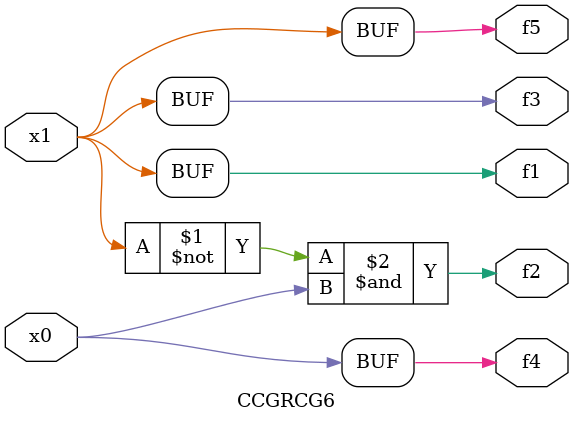
<source format=v>

module CCGRCG6 ( 
    x0, x1,
    f1, f2, f3, f4, f5  );
  input  x0, x1;
  output f1, f2, f3, f4, f5;
  assign f2 = ~x1 & x0;
  assign f1 = x1;
  assign f3 = x1;
  assign f4 = x0;
  assign f5 = x1;
endmodule



</source>
